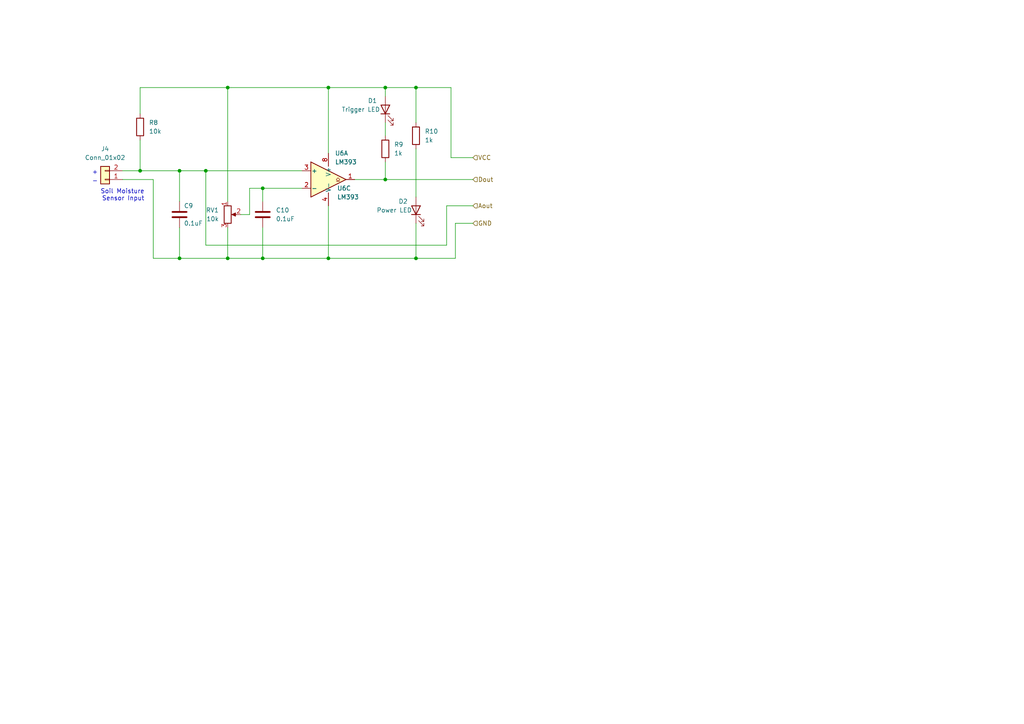
<source format=kicad_sch>
(kicad_sch (version 20211123) (generator eeschema)

  (uuid c151e327-598f-4977-8097-d9b096031849)

  (paper "A4")

  (lib_symbols
    (symbol "Comparator:LM393" (pin_names (offset 0.127)) (in_bom yes) (on_board yes)
      (property "Reference" "U" (id 0) (at 3.81 3.81 0)
        (effects (font (size 1.27 1.27)))
      )
      (property "Value" "LM393" (id 1) (at 6.35 -3.81 0)
        (effects (font (size 1.27 1.27)))
      )
      (property "Footprint" "" (id 2) (at 0 0 0)
        (effects (font (size 1.27 1.27)) hide)
      )
      (property "Datasheet" "http://www.ti.com/lit/ds/symlink/lm393.pdf" (id 3) (at 0 0 0)
        (effects (font (size 1.27 1.27)) hide)
      )
      (property "ki_locked" "" (id 4) (at 0 0 0)
        (effects (font (size 1.27 1.27)))
      )
      (property "ki_keywords" "cmp open collector" (id 5) (at 0 0 0)
        (effects (font (size 1.27 1.27)) hide)
      )
      (property "ki_description" "Low-Power, Low-Offset Voltage, Dual Comparators, DIP-8/SOIC-8/TO-99-8" (id 6) (at 0 0 0)
        (effects (font (size 1.27 1.27)) hide)
      )
      (property "ki_fp_filters" "SOIC*3.9x4.9mm*P1.27mm* DIP*W7.62mm* SOP*5.28x5.23mm*P1.27mm* VSSOP*3.0x3.0mm*P0.65mm* TSSOP*4.4x3mm*P0.65mm*" (id 7) (at 0 0 0)
        (effects (font (size 1.27 1.27)) hide)
      )
      (symbol "LM393_1_1"
        (polyline
          (pts
            (xy -5.08 5.08)
            (xy 5.08 0)
            (xy -5.08 -5.08)
            (xy -5.08 5.08)
          )
          (stroke (width 0.254) (type default) (color 0 0 0 0))
          (fill (type background))
        )
        (polyline
          (pts
            (xy 3.302 -0.508)
            (xy 2.794 -0.508)
            (xy 3.302 0)
            (xy 2.794 0.508)
            (xy 2.286 0)
            (xy 2.794 -0.508)
            (xy 2.286 -0.508)
          )
          (stroke (width 0.127) (type default) (color 0 0 0 0))
          (fill (type none))
        )
        (pin open_collector line (at 7.62 0 180) (length 2.54)
          (name "~" (effects (font (size 1.27 1.27))))
          (number "1" (effects (font (size 1.27 1.27))))
        )
        (pin input line (at -7.62 -2.54 0) (length 2.54)
          (name "-" (effects (font (size 1.27 1.27))))
          (number "2" (effects (font (size 1.27 1.27))))
        )
        (pin input line (at -7.62 2.54 0) (length 2.54)
          (name "+" (effects (font (size 1.27 1.27))))
          (number "3" (effects (font (size 1.27 1.27))))
        )
      )
      (symbol "LM393_2_1"
        (polyline
          (pts
            (xy -5.08 5.08)
            (xy 5.08 0)
            (xy -5.08 -5.08)
            (xy -5.08 5.08)
          )
          (stroke (width 0.254) (type default) (color 0 0 0 0))
          (fill (type background))
        )
        (polyline
          (pts
            (xy 3.302 -0.508)
            (xy 2.794 -0.508)
            (xy 3.302 0)
            (xy 2.794 0.508)
            (xy 2.286 0)
            (xy 2.794 -0.508)
            (xy 2.286 -0.508)
          )
          (stroke (width 0.127) (type default) (color 0 0 0 0))
          (fill (type none))
        )
        (pin input line (at -7.62 2.54 0) (length 2.54)
          (name "+" (effects (font (size 1.27 1.27))))
          (number "5" (effects (font (size 1.27 1.27))))
        )
        (pin input line (at -7.62 -2.54 0) (length 2.54)
          (name "-" (effects (font (size 1.27 1.27))))
          (number "6" (effects (font (size 1.27 1.27))))
        )
        (pin open_collector line (at 7.62 0 180) (length 2.54)
          (name "~" (effects (font (size 1.27 1.27))))
          (number "7" (effects (font (size 1.27 1.27))))
        )
      )
      (symbol "LM393_3_1"
        (pin power_in line (at -2.54 -7.62 90) (length 3.81)
          (name "V-" (effects (font (size 1.27 1.27))))
          (number "4" (effects (font (size 1.27 1.27))))
        )
        (pin power_in line (at -2.54 7.62 270) (length 3.81)
          (name "V+" (effects (font (size 1.27 1.27))))
          (number "8" (effects (font (size 1.27 1.27))))
        )
      )
    )
    (symbol "Connector_Generic:Conn_01x02" (pin_names (offset 1.016) hide) (in_bom yes) (on_board yes)
      (property "Reference" "J" (id 0) (at 0 2.54 0)
        (effects (font (size 1.27 1.27)))
      )
      (property "Value" "Conn_01x02" (id 1) (at 0 -5.08 0)
        (effects (font (size 1.27 1.27)))
      )
      (property "Footprint" "" (id 2) (at 0 0 0)
        (effects (font (size 1.27 1.27)) hide)
      )
      (property "Datasheet" "~" (id 3) (at 0 0 0)
        (effects (font (size 1.27 1.27)) hide)
      )
      (property "ki_keywords" "connector" (id 4) (at 0 0 0)
        (effects (font (size 1.27 1.27)) hide)
      )
      (property "ki_description" "Generic connector, single row, 01x02, script generated (kicad-library-utils/schlib/autogen/connector/)" (id 5) (at 0 0 0)
        (effects (font (size 1.27 1.27)) hide)
      )
      (property "ki_fp_filters" "Connector*:*_1x??_*" (id 6) (at 0 0 0)
        (effects (font (size 1.27 1.27)) hide)
      )
      (symbol "Conn_01x02_1_1"
        (rectangle (start -1.27 -2.413) (end 0 -2.667)
          (stroke (width 0.1524) (type default) (color 0 0 0 0))
          (fill (type none))
        )
        (rectangle (start -1.27 0.127) (end 0 -0.127)
          (stroke (width 0.1524) (type default) (color 0 0 0 0))
          (fill (type none))
        )
        (rectangle (start -1.27 1.27) (end 1.27 -3.81)
          (stroke (width 0.254) (type default) (color 0 0 0 0))
          (fill (type background))
        )
        (pin passive line (at -5.08 0 0) (length 3.81)
          (name "Pin_1" (effects (font (size 1.27 1.27))))
          (number "1" (effects (font (size 1.27 1.27))))
        )
        (pin passive line (at -5.08 -2.54 0) (length 3.81)
          (name "Pin_2" (effects (font (size 1.27 1.27))))
          (number "2" (effects (font (size 1.27 1.27))))
        )
      )
    )
    (symbol "Device:C" (pin_numbers hide) (pin_names (offset 0.254)) (in_bom yes) (on_board yes)
      (property "Reference" "C" (id 0) (at 0.635 2.54 0)
        (effects (font (size 1.27 1.27)) (justify left))
      )
      (property "Value" "C" (id 1) (at 0.635 -2.54 0)
        (effects (font (size 1.27 1.27)) (justify left))
      )
      (property "Footprint" "" (id 2) (at 0.9652 -3.81 0)
        (effects (font (size 1.27 1.27)) hide)
      )
      (property "Datasheet" "~" (id 3) (at 0 0 0)
        (effects (font (size 1.27 1.27)) hide)
      )
      (property "ki_keywords" "cap capacitor" (id 4) (at 0 0 0)
        (effects (font (size 1.27 1.27)) hide)
      )
      (property "ki_description" "Unpolarized capacitor" (id 5) (at 0 0 0)
        (effects (font (size 1.27 1.27)) hide)
      )
      (property "ki_fp_filters" "C_*" (id 6) (at 0 0 0)
        (effects (font (size 1.27 1.27)) hide)
      )
      (symbol "C_0_1"
        (polyline
          (pts
            (xy -2.032 -0.762)
            (xy 2.032 -0.762)
          )
          (stroke (width 0.508) (type default) (color 0 0 0 0))
          (fill (type none))
        )
        (polyline
          (pts
            (xy -2.032 0.762)
            (xy 2.032 0.762)
          )
          (stroke (width 0.508) (type default) (color 0 0 0 0))
          (fill (type none))
        )
      )
      (symbol "C_1_1"
        (pin passive line (at 0 3.81 270) (length 2.794)
          (name "~" (effects (font (size 1.27 1.27))))
          (number "1" (effects (font (size 1.27 1.27))))
        )
        (pin passive line (at 0 -3.81 90) (length 2.794)
          (name "~" (effects (font (size 1.27 1.27))))
          (number "2" (effects (font (size 1.27 1.27))))
        )
      )
    )
    (symbol "Device:LED" (pin_numbers hide) (pin_names (offset 1.016) hide) (in_bom yes) (on_board yes)
      (property "Reference" "D" (id 0) (at 0 2.54 0)
        (effects (font (size 1.27 1.27)))
      )
      (property "Value" "LED" (id 1) (at 0 -2.54 0)
        (effects (font (size 1.27 1.27)))
      )
      (property "Footprint" "" (id 2) (at 0 0 0)
        (effects (font (size 1.27 1.27)) hide)
      )
      (property "Datasheet" "~" (id 3) (at 0 0 0)
        (effects (font (size 1.27 1.27)) hide)
      )
      (property "ki_keywords" "LED diode" (id 4) (at 0 0 0)
        (effects (font (size 1.27 1.27)) hide)
      )
      (property "ki_description" "Light emitting diode" (id 5) (at 0 0 0)
        (effects (font (size 1.27 1.27)) hide)
      )
      (property "ki_fp_filters" "LED* LED_SMD:* LED_THT:*" (id 6) (at 0 0 0)
        (effects (font (size 1.27 1.27)) hide)
      )
      (symbol "LED_0_1"
        (polyline
          (pts
            (xy -1.27 -1.27)
            (xy -1.27 1.27)
          )
          (stroke (width 0.254) (type default) (color 0 0 0 0))
          (fill (type none))
        )
        (polyline
          (pts
            (xy -1.27 0)
            (xy 1.27 0)
          )
          (stroke (width 0) (type default) (color 0 0 0 0))
          (fill (type none))
        )
        (polyline
          (pts
            (xy 1.27 -1.27)
            (xy 1.27 1.27)
            (xy -1.27 0)
            (xy 1.27 -1.27)
          )
          (stroke (width 0.254) (type default) (color 0 0 0 0))
          (fill (type none))
        )
        (polyline
          (pts
            (xy -3.048 -0.762)
            (xy -4.572 -2.286)
            (xy -3.81 -2.286)
            (xy -4.572 -2.286)
            (xy -4.572 -1.524)
          )
          (stroke (width 0) (type default) (color 0 0 0 0))
          (fill (type none))
        )
        (polyline
          (pts
            (xy -1.778 -0.762)
            (xy -3.302 -2.286)
            (xy -2.54 -2.286)
            (xy -3.302 -2.286)
            (xy -3.302 -1.524)
          )
          (stroke (width 0) (type default) (color 0 0 0 0))
          (fill (type none))
        )
      )
      (symbol "LED_1_1"
        (pin passive line (at -3.81 0 0) (length 2.54)
          (name "K" (effects (font (size 1.27 1.27))))
          (number "1" (effects (font (size 1.27 1.27))))
        )
        (pin passive line (at 3.81 0 180) (length 2.54)
          (name "A" (effects (font (size 1.27 1.27))))
          (number "2" (effects (font (size 1.27 1.27))))
        )
      )
    )
    (symbol "Device:R" (pin_numbers hide) (pin_names (offset 0)) (in_bom yes) (on_board yes)
      (property "Reference" "R" (id 0) (at 2.032 0 90)
        (effects (font (size 1.27 1.27)))
      )
      (property "Value" "R" (id 1) (at 0 0 90)
        (effects (font (size 1.27 1.27)))
      )
      (property "Footprint" "" (id 2) (at -1.778 0 90)
        (effects (font (size 1.27 1.27)) hide)
      )
      (property "Datasheet" "~" (id 3) (at 0 0 0)
        (effects (font (size 1.27 1.27)) hide)
      )
      (property "ki_keywords" "R res resistor" (id 4) (at 0 0 0)
        (effects (font (size 1.27 1.27)) hide)
      )
      (property "ki_description" "Resistor" (id 5) (at 0 0 0)
        (effects (font (size 1.27 1.27)) hide)
      )
      (property "ki_fp_filters" "R_*" (id 6) (at 0 0 0)
        (effects (font (size 1.27 1.27)) hide)
      )
      (symbol "R_0_1"
        (rectangle (start -1.016 -2.54) (end 1.016 2.54)
          (stroke (width 0.254) (type default) (color 0 0 0 0))
          (fill (type none))
        )
      )
      (symbol "R_1_1"
        (pin passive line (at 0 3.81 270) (length 1.27)
          (name "~" (effects (font (size 1.27 1.27))))
          (number "1" (effects (font (size 1.27 1.27))))
        )
        (pin passive line (at 0 -3.81 90) (length 1.27)
          (name "~" (effects (font (size 1.27 1.27))))
          (number "2" (effects (font (size 1.27 1.27))))
        )
      )
    )
    (symbol "Device:R_Potentiometer" (pin_names (offset 1.016) hide) (in_bom yes) (on_board yes)
      (property "Reference" "RV" (id 0) (at -4.445 0 90)
        (effects (font (size 1.27 1.27)))
      )
      (property "Value" "R_Potentiometer" (id 1) (at -2.54 0 90)
        (effects (font (size 1.27 1.27)))
      )
      (property "Footprint" "" (id 2) (at 0 0 0)
        (effects (font (size 1.27 1.27)) hide)
      )
      (property "Datasheet" "~" (id 3) (at 0 0 0)
        (effects (font (size 1.27 1.27)) hide)
      )
      (property "ki_keywords" "resistor variable" (id 4) (at 0 0 0)
        (effects (font (size 1.27 1.27)) hide)
      )
      (property "ki_description" "Potentiometer" (id 5) (at 0 0 0)
        (effects (font (size 1.27 1.27)) hide)
      )
      (property "ki_fp_filters" "Potentiometer*" (id 6) (at 0 0 0)
        (effects (font (size 1.27 1.27)) hide)
      )
      (symbol "R_Potentiometer_0_1"
        (polyline
          (pts
            (xy 2.54 0)
            (xy 1.524 0)
          )
          (stroke (width 0) (type default) (color 0 0 0 0))
          (fill (type none))
        )
        (polyline
          (pts
            (xy 1.143 0)
            (xy 2.286 0.508)
            (xy 2.286 -0.508)
            (xy 1.143 0)
          )
          (stroke (width 0) (type default) (color 0 0 0 0))
          (fill (type outline))
        )
        (rectangle (start 1.016 2.54) (end -1.016 -2.54)
          (stroke (width 0.254) (type default) (color 0 0 0 0))
          (fill (type none))
        )
      )
      (symbol "R_Potentiometer_1_1"
        (pin passive line (at 0 3.81 270) (length 1.27)
          (name "1" (effects (font (size 1.27 1.27))))
          (number "1" (effects (font (size 1.27 1.27))))
        )
        (pin passive line (at 3.81 0 180) (length 1.27)
          (name "2" (effects (font (size 1.27 1.27))))
          (number "2" (effects (font (size 1.27 1.27))))
        )
        (pin passive line (at 0 -3.81 90) (length 1.27)
          (name "3" (effects (font (size 1.27 1.27))))
          (number "3" (effects (font (size 1.27 1.27))))
        )
      )
    )
  )

  (junction (at 95.25 74.93) (diameter 0) (color 0 0 0 0)
    (uuid 1017297d-29cf-4eca-9a22-8bdb11453d9c)
  )
  (junction (at 59.69 49.53) (diameter 0) (color 0 0 0 0)
    (uuid 13aa0a6c-908f-4fe6-888f-35a51e239928)
  )
  (junction (at 120.65 74.93) (diameter 0) (color 0 0 0 0)
    (uuid 299d7713-44e4-42e3-bb70-7f9af59a2aa9)
  )
  (junction (at 66.04 25.4) (diameter 0) (color 0 0 0 0)
    (uuid 2c066a99-95fa-4a3a-aa9b-190579d9d6f0)
  )
  (junction (at 76.2 74.93) (diameter 0) (color 0 0 0 0)
    (uuid 3ecd65ac-4daa-42e5-a9fa-98eac39dddc4)
  )
  (junction (at 111.76 52.07) (diameter 0) (color 0 0 0 0)
    (uuid 3fcb9fce-e757-446f-af83-1af23bff60e6)
  )
  (junction (at 111.76 25.4) (diameter 0) (color 0 0 0 0)
    (uuid 4208e8b3-a8a7-40a2-8432-6a3d65af4e98)
  )
  (junction (at 120.65 25.4) (diameter 0) (color 0 0 0 0)
    (uuid 45c7a8d0-a47a-46ed-92fb-82c285882b7d)
  )
  (junction (at 52.07 49.53) (diameter 0) (color 0 0 0 0)
    (uuid 59d73e3f-4669-4d23-964d-14172e81dc11)
  )
  (junction (at 40.64 49.53) (diameter 0) (color 0 0 0 0)
    (uuid 5f2655b8-1b67-458a-8318-71f03ba724df)
  )
  (junction (at 66.04 74.93) (diameter 0) (color 0 0 0 0)
    (uuid 7008333a-30be-46ba-a045-713cd5b6c276)
  )
  (junction (at 52.07 74.93) (diameter 0) (color 0 0 0 0)
    (uuid 728a5082-9bf9-4f8d-9fff-6724d5ba6cb2)
  )
  (junction (at 95.25 25.4) (diameter 0) (color 0 0 0 0)
    (uuid b177c57f-d77d-45cd-adc2-83d5235baacf)
  )
  (junction (at 76.2 54.61) (diameter 0) (color 0 0 0 0)
    (uuid c84b860c-6db3-4313-99bc-a8bc3981b373)
  )

  (wire (pts (xy 95.25 25.4) (xy 95.25 44.45))
    (stroke (width 0) (type default) (color 0 0 0 0))
    (uuid 05a77cfc-1ee8-42c6-97c1-bfd648a9a896)
  )
  (wire (pts (xy 52.07 49.53) (xy 52.07 58.42))
    (stroke (width 0) (type default) (color 0 0 0 0))
    (uuid 06da14bc-f78e-4309-ac66-48700c62c47d)
  )
  (wire (pts (xy 69.85 62.23) (xy 72.39 62.23))
    (stroke (width 0) (type default) (color 0 0 0 0))
    (uuid 082ee3a4-1802-446d-b233-b1a85a78b4cd)
  )
  (wire (pts (xy 120.65 25.4) (xy 130.81 25.4))
    (stroke (width 0) (type default) (color 0 0 0 0))
    (uuid 09c20057-24a5-4d26-b8d6-bdb754c0815f)
  )
  (wire (pts (xy 59.69 71.12) (xy 129.54 71.12))
    (stroke (width 0) (type default) (color 0 0 0 0))
    (uuid 0a95dde4-6393-43f1-aaf1-6abe2d9b3618)
  )
  (wire (pts (xy 132.08 64.77) (xy 132.08 74.93))
    (stroke (width 0) (type default) (color 0 0 0 0))
    (uuid 13a0f9bd-1108-49e4-99b3-b1fb6155496d)
  )
  (wire (pts (xy 52.07 49.53) (xy 59.69 49.53))
    (stroke (width 0) (type default) (color 0 0 0 0))
    (uuid 1d22bf13-cba6-4142-8254-5bf0fe9161d1)
  )
  (wire (pts (xy 76.2 74.93) (xy 95.25 74.93))
    (stroke (width 0) (type default) (color 0 0 0 0))
    (uuid 32e98d29-f4ce-49a1-8eee-56c7ba27b1a6)
  )
  (wire (pts (xy 44.45 52.07) (xy 44.45 74.93))
    (stroke (width 0) (type default) (color 0 0 0 0))
    (uuid 37490b9e-75a4-4cc9-a0e5-6f4a3469b0a8)
  )
  (wire (pts (xy 76.2 54.61) (xy 76.2 58.42))
    (stroke (width 0) (type default) (color 0 0 0 0))
    (uuid 39ca4e32-cf82-4ba6-93df-f2011b69cc6f)
  )
  (wire (pts (xy 40.64 25.4) (xy 66.04 25.4))
    (stroke (width 0) (type default) (color 0 0 0 0))
    (uuid 3e45658f-b0db-4040-b70a-5bbe27d9ed3a)
  )
  (wire (pts (xy 95.25 59.69) (xy 95.25 74.93))
    (stroke (width 0) (type default) (color 0 0 0 0))
    (uuid 3f5110dc-29e7-4880-b417-f6683d5f43b5)
  )
  (wire (pts (xy 111.76 52.07) (xy 137.16 52.07))
    (stroke (width 0) (type default) (color 0 0 0 0))
    (uuid 3fa88014-245b-45b4-9304-16fb61346605)
  )
  (wire (pts (xy 95.25 74.93) (xy 120.65 74.93))
    (stroke (width 0) (type default) (color 0 0 0 0))
    (uuid 53299bd5-3bc1-4670-b046-635395807776)
  )
  (wire (pts (xy 102.87 52.07) (xy 111.76 52.07))
    (stroke (width 0) (type default) (color 0 0 0 0))
    (uuid 555d421b-a46e-42c1-9324-5af8c3c79b76)
  )
  (wire (pts (xy 111.76 25.4) (xy 111.76 27.94))
    (stroke (width 0) (type default) (color 0 0 0 0))
    (uuid 585da26d-1364-4b68-9f60-ca1c98ad84dd)
  )
  (wire (pts (xy 40.64 49.53) (xy 52.07 49.53))
    (stroke (width 0) (type default) (color 0 0 0 0))
    (uuid 5ac47991-8819-4f43-b0b4-2865bfe1af1a)
  )
  (wire (pts (xy 59.69 49.53) (xy 59.69 71.12))
    (stroke (width 0) (type default) (color 0 0 0 0))
    (uuid 66902607-d6a8-4d41-93a8-a3b08b369c92)
  )
  (wire (pts (xy 129.54 59.69) (xy 137.16 59.69))
    (stroke (width 0) (type default) (color 0 0 0 0))
    (uuid 6d74638e-f9ec-4f5b-a4ba-4155e601f726)
  )
  (wire (pts (xy 66.04 25.4) (xy 95.25 25.4))
    (stroke (width 0) (type default) (color 0 0 0 0))
    (uuid 7120a0b7-b33e-4dbf-bbe9-2cb4088eeeb3)
  )
  (wire (pts (xy 130.81 25.4) (xy 130.81 45.72))
    (stroke (width 0) (type default) (color 0 0 0 0))
    (uuid 8285f6b4-846d-48d8-bf6c-256be2ea2f53)
  )
  (wire (pts (xy 52.07 66.04) (xy 52.07 74.93))
    (stroke (width 0) (type default) (color 0 0 0 0))
    (uuid 8c113e36-181f-49a3-937a-63d23170004e)
  )
  (wire (pts (xy 111.76 25.4) (xy 120.65 25.4))
    (stroke (width 0) (type default) (color 0 0 0 0))
    (uuid 9741ffe1-4e18-4d93-bf95-884ed5f385bb)
  )
  (wire (pts (xy 120.65 64.77) (xy 120.65 74.93))
    (stroke (width 0) (type default) (color 0 0 0 0))
    (uuid a09a5069-632e-4c27-bf8e-b7c58e5feb0c)
  )
  (wire (pts (xy 129.54 71.12) (xy 129.54 59.69))
    (stroke (width 0) (type default) (color 0 0 0 0))
    (uuid a735086e-11d6-4e95-b136-5fa9d63a04f8)
  )
  (wire (pts (xy 76.2 66.04) (xy 76.2 74.93))
    (stroke (width 0) (type default) (color 0 0 0 0))
    (uuid b3fe7353-c067-4268-b3ca-b59a0e2e73be)
  )
  (wire (pts (xy 72.39 62.23) (xy 72.39 54.61))
    (stroke (width 0) (type default) (color 0 0 0 0))
    (uuid b94731df-5a72-4e0d-9dfe-da792223f65b)
  )
  (wire (pts (xy 111.76 35.56) (xy 111.76 39.37))
    (stroke (width 0) (type default) (color 0 0 0 0))
    (uuid bdb94702-4af8-4462-b398-6c5ad3ab60ab)
  )
  (wire (pts (xy 66.04 25.4) (xy 66.04 58.42))
    (stroke (width 0) (type default) (color 0 0 0 0))
    (uuid bff9c359-5b4b-4f18-8eb4-6e366b7ca58a)
  )
  (wire (pts (xy 120.65 25.4) (xy 120.65 35.56))
    (stroke (width 0) (type default) (color 0 0 0 0))
    (uuid c10e62f0-8ca2-455f-acb9-bd0f4cff5dbf)
  )
  (wire (pts (xy 130.81 45.72) (xy 137.16 45.72))
    (stroke (width 0) (type default) (color 0 0 0 0))
    (uuid c6384107-b076-419a-9498-09b6ccc27ba9)
  )
  (wire (pts (xy 35.56 52.07) (xy 44.45 52.07))
    (stroke (width 0) (type default) (color 0 0 0 0))
    (uuid c77beb14-3c06-4c98-b6ba-c8a9d8bfd96e)
  )
  (wire (pts (xy 76.2 54.61) (xy 87.63 54.61))
    (stroke (width 0) (type default) (color 0 0 0 0))
    (uuid cd18337e-1182-4f95-88cf-c2e2b87ef228)
  )
  (wire (pts (xy 66.04 66.04) (xy 66.04 74.93))
    (stroke (width 0) (type default) (color 0 0 0 0))
    (uuid cf0dad1f-f00f-4dfe-a365-21bf2b9b2f8a)
  )
  (wire (pts (xy 72.39 54.61) (xy 76.2 54.61))
    (stroke (width 0) (type default) (color 0 0 0 0))
    (uuid d6a60fbd-5ff6-4f17-af41-fdc87488bee6)
  )
  (wire (pts (xy 66.04 74.93) (xy 76.2 74.93))
    (stroke (width 0) (type default) (color 0 0 0 0))
    (uuid d76176fa-2905-418a-b05a-ebe09ea64a10)
  )
  (wire (pts (xy 59.69 49.53) (xy 87.63 49.53))
    (stroke (width 0) (type default) (color 0 0 0 0))
    (uuid d8587d2f-4a9f-406e-8e43-3e5b4fc63c04)
  )
  (wire (pts (xy 35.56 49.53) (xy 40.64 49.53))
    (stroke (width 0) (type default) (color 0 0 0 0))
    (uuid e356a391-06fe-4786-8979-29b1db63cbcc)
  )
  (wire (pts (xy 40.64 33.02) (xy 40.64 25.4))
    (stroke (width 0) (type default) (color 0 0 0 0))
    (uuid e7a03433-179e-45d8-97f7-29df29176bcc)
  )
  (wire (pts (xy 44.45 74.93) (xy 52.07 74.93))
    (stroke (width 0) (type default) (color 0 0 0 0))
    (uuid e902df59-4a66-4d77-a210-f94cc6036d0b)
  )
  (wire (pts (xy 120.65 43.18) (xy 120.65 57.15))
    (stroke (width 0) (type default) (color 0 0 0 0))
    (uuid ebfa9050-b59b-4d39-8e3c-6b1f645c4d7e)
  )
  (wire (pts (xy 120.65 74.93) (xy 132.08 74.93))
    (stroke (width 0) (type default) (color 0 0 0 0))
    (uuid eee9eb7e-c9e7-4fd7-bda9-dcb18cc2e71d)
  )
  (wire (pts (xy 132.08 64.77) (xy 137.16 64.77))
    (stroke (width 0) (type default) (color 0 0 0 0))
    (uuid f1882ad8-9a76-4ccd-8af9-fb3736b83480)
  )
  (wire (pts (xy 52.07 74.93) (xy 66.04 74.93))
    (stroke (width 0) (type default) (color 0 0 0 0))
    (uuid f1f26f4c-df61-4d21-bcef-00fa89120bbd)
  )
  (wire (pts (xy 95.25 25.4) (xy 111.76 25.4))
    (stroke (width 0) (type default) (color 0 0 0 0))
    (uuid f59cf2d0-bf0b-4e3b-a893-a4a4aa9b89e5)
  )
  (wire (pts (xy 40.64 40.64) (xy 40.64 49.53))
    (stroke (width 0) (type default) (color 0 0 0 0))
    (uuid fd9c876b-3933-4a29-b96d-011c254d66ea)
  )
  (wire (pts (xy 111.76 46.99) (xy 111.76 52.07))
    (stroke (width 0) (type default) (color 0 0 0 0))
    (uuid fda2883a-3aaf-423e-91c4-4cd8a56390dc)
  )

  (text "-" (at 26.67 53.34 0)
    (effects (font (size 1.27 1.27)) (justify left bottom))
    (uuid 06d351fc-7f26-444c-bb7a-0c9d305c8462)
  )
  (text "+" (at 26.67 50.8 0)
    (effects (font (size 1.27 1.27)) (justify left bottom))
    (uuid 854c0901-5384-4de2-bf6c-70dab2609c00)
  )
  (text "Soil Moisture\n Sensor Input" (at 41.91 58.42 180)
    (effects (font (size 1.27 1.27)) (justify right bottom))
    (uuid f8f84384-42a9-499f-9ffb-655c1bf11baf)
  )

  (hierarchical_label "Aout" (shape input) (at 137.16 59.69 0)
    (effects (font (size 1.27 1.27)) (justify left))
    (uuid 2aaa00fa-8b21-47c1-83f7-fe2eda5431da)
  )
  (hierarchical_label "GND" (shape input) (at 137.16 64.77 0)
    (effects (font (size 1.27 1.27)) (justify left))
    (uuid 3242ecce-5f28-48bd-8970-d658aa80d8d2)
  )
  (hierarchical_label "Dout" (shape input) (at 137.16 52.07 0)
    (effects (font (size 1.27 1.27)) (justify left))
    (uuid 65a634be-7324-4a4a-9242-a6964c431b32)
  )
  (hierarchical_label "VCC" (shape input) (at 137.16 45.72 0)
    (effects (font (size 1.27 1.27)) (justify left))
    (uuid f9e12ba1-9a45-4f92-b155-9f072680e0ac)
  )

  (symbol (lib_id "Device:R") (at 111.76 43.18 0) (unit 1)
    (in_bom yes) (on_board yes) (fields_autoplaced)
    (uuid 20dc6dd5-0873-4b11-9988-5bd5123ddb78)
    (property "Reference" "R9" (id 0) (at 114.3 41.9099 0)
      (effects (font (size 1.27 1.27)) (justify left))
    )
    (property "Value" "1k" (id 1) (at 114.3 44.4499 0)
      (effects (font (size 1.27 1.27)) (justify left))
    )
    (property "Footprint" "Resistor_SMD:R_0603_1608Metric" (id 2) (at 109.982 43.18 90)
      (effects (font (size 1.27 1.27)) hide)
    )
    (property "Datasheet" "~" (id 3) (at 111.76 43.18 0)
      (effects (font (size 1.27 1.27)) hide)
    )
    (pin "1" (uuid fe3d4b8d-adbd-46ad-b379-ab7466865c29))
    (pin "2" (uuid 57114cb7-9a51-4d72-b999-44de8f8a8709))
  )

  (symbol (lib_id "Connector_Generic:Conn_01x02") (at 30.48 52.07 180) (unit 1)
    (in_bom yes) (on_board yes) (fields_autoplaced)
    (uuid 3c2e677f-0869-4b70-b86e-ce4b4f620480)
    (property "Reference" "J4" (id 0) (at 30.48 43.18 0))
    (property "Value" "Conn_01x02" (id 1) (at 30.48 45.72 0))
    (property "Footprint" "Connector_Wire:SolderWire-0.1sqmm_1x02_P3.6mm_D0.4mm_OD1mm" (id 2) (at 30.48 52.07 0)
      (effects (font (size 1.27 1.27)) hide)
    )
    (property "Datasheet" "~" (id 3) (at 30.48 52.07 0)
      (effects (font (size 1.27 1.27)) hide)
    )
    (pin "1" (uuid aa1a0a8e-32b3-4f6c-84ec-94fdc2709826))
    (pin "2" (uuid eb078a5c-70d3-4cbc-a47b-ec3f35d58a20))
  )

  (symbol (lib_id "Device:R_Potentiometer") (at 66.04 62.23 0) (unit 1)
    (in_bom yes) (on_board yes) (fields_autoplaced)
    (uuid 404e50d8-67b4-4ce4-a705-5b608f5791c2)
    (property "Reference" "RV1" (id 0) (at 63.5 60.9599 0)
      (effects (font (size 1.27 1.27)) (justify right))
    )
    (property "Value" "10k" (id 1) (at 63.5 63.4999 0)
      (effects (font (size 1.27 1.27)) (justify right))
    )
    (property "Footprint" "Potentiometer_SMD:Potentiometer_ACP_CA6-VSMD_Vertical" (id 2) (at 66.04 62.23 0)
      (effects (font (size 1.27 1.27)) hide)
    )
    (property "Datasheet" "~" (id 3) (at 66.04 62.23 0)
      (effects (font (size 1.27 1.27)) hide)
    )
    (pin "1" (uuid 9a7a102b-83c3-4dad-8100-05bfc34784b1))
    (pin "2" (uuid 667fa802-1a76-4566-a962-238d00b5ad4c))
    (pin "3" (uuid 3c4c7e44-8db5-42df-a61e-798fff4890ab))
  )

  (symbol (lib_id "Device:C") (at 52.07 62.23 0) (unit 1)
    (in_bom yes) (on_board yes)
    (uuid 5cb143fa-ece5-472f-8eeb-54d2b3903745)
    (property "Reference" "C9" (id 0) (at 53.34 59.69 0)
      (effects (font (size 1.27 1.27)) (justify left))
    )
    (property "Value" "0.1uF" (id 1) (at 53.34 64.77 0)
      (effects (font (size 1.27 1.27)) (justify left))
    )
    (property "Footprint" "Capacitor_SMD:C_0603_1608Metric" (id 2) (at 53.0352 66.04 0)
      (effects (font (size 1.27 1.27)) hide)
    )
    (property "Datasheet" "~" (id 3) (at 52.07 62.23 0)
      (effects (font (size 1.27 1.27)) hide)
    )
    (pin "1" (uuid 185199b1-951b-4a3d-ad64-edf4fc65623e))
    (pin "2" (uuid cdb186c9-4994-4d9d-b85f-111471c9b0dc))
  )

  (symbol (lib_id "Device:R") (at 120.65 39.37 0) (unit 1)
    (in_bom yes) (on_board yes) (fields_autoplaced)
    (uuid 76119c41-389c-4915-ba09-efaf1ced49a2)
    (property "Reference" "R10" (id 0) (at 123.19 38.0999 0)
      (effects (font (size 1.27 1.27)) (justify left))
    )
    (property "Value" "1k" (id 1) (at 123.19 40.6399 0)
      (effects (font (size 1.27 1.27)) (justify left))
    )
    (property "Footprint" "Resistor_SMD:R_0603_1608Metric" (id 2) (at 118.872 39.37 90)
      (effects (font (size 1.27 1.27)) hide)
    )
    (property "Datasheet" "~" (id 3) (at 120.65 39.37 0)
      (effects (font (size 1.27 1.27)) hide)
    )
    (pin "1" (uuid 999a1113-73f4-47f0-bac5-7306b3851d32))
    (pin "2" (uuid 666579c2-b5a5-45e6-a58f-3136bc67e1ba))
  )

  (symbol (lib_id "Device:R") (at 40.64 36.83 0) (unit 1)
    (in_bom yes) (on_board yes) (fields_autoplaced)
    (uuid aef99ee7-c852-4538-b60c-86708053e716)
    (property "Reference" "R8" (id 0) (at 43.18 35.5599 0)
      (effects (font (size 1.27 1.27)) (justify left))
    )
    (property "Value" "10k" (id 1) (at 43.18 38.0999 0)
      (effects (font (size 1.27 1.27)) (justify left))
    )
    (property "Footprint" "Resistor_SMD:R_0603_1608Metric" (id 2) (at 38.862 36.83 90)
      (effects (font (size 1.27 1.27)) hide)
    )
    (property "Datasheet" "~" (id 3) (at 40.64 36.83 0)
      (effects (font (size 1.27 1.27)) hide)
    )
    (pin "1" (uuid e8b34348-345d-4f37-b8e8-d6c9a715292f))
    (pin "2" (uuid 8750155a-3a61-4551-a64a-5323667fd8d6))
  )

  (symbol (lib_id "Comparator:LM393") (at 95.25 52.07 0) (unit 1)
    (in_bom yes) (on_board yes)
    (uuid c111ef30-2186-4dc0-86cf-ba6112bda339)
    (property "Reference" "U6" (id 0) (at 99.06 44.45 0))
    (property "Value" "LM393" (id 1) (at 100.33 46.99 0))
    (property "Footprint" "Package_TO_SOT_SMD:SOT-23-8" (id 2) (at 95.25 52.07 0)
      (effects (font (size 1.27 1.27)) hide)
    )
    (property "Datasheet" "http://www.ti.com/lit/ds/symlink/lm393.pdf" (id 3) (at 95.25 52.07 0)
      (effects (font (size 1.27 1.27)) hide)
    )
    (pin "1" (uuid 816aa85b-b526-4cd6-bfc1-ea18d3354fb6))
    (pin "2" (uuid 8ae6c89d-a531-42b2-8928-cc830dfe727e))
    (pin "3" (uuid 0950aa98-d020-49c0-b73f-bdc1baf88e3f))
    (pin "5" (uuid c738e4e1-0552-4f5e-98e1-2e980a912ab5))
    (pin "6" (uuid c807317f-3265-4347-b57d-6581f1e9873b))
    (pin "7" (uuid d02dfbfe-3e4b-4b96-b0d3-95519fd2a992))
    (pin "4" (uuid ac69e7ce-afcd-4cb6-b983-3a2c22f6cc46))
    (pin "8" (uuid 37019562-259a-4009-ac23-55ac73960aca))
  )

  (symbol (lib_id "Device:LED") (at 120.65 60.96 90) (unit 1)
    (in_bom yes) (on_board yes)
    (uuid c1236672-0cae-448c-85d8-fca951233736)
    (property "Reference" "D2" (id 0) (at 115.57 58.42 90)
      (effects (font (size 1.27 1.27)) (justify right))
    )
    (property "Value" "Power LED" (id 1) (at 109.22 60.96 90)
      (effects (font (size 1.27 1.27)) (justify right))
    )
    (property "Footprint" "LED_SMD:LED_0603_1608Metric" (id 2) (at 120.65 60.96 0)
      (effects (font (size 1.27 1.27)) hide)
    )
    (property "Datasheet" "~" (id 3) (at 120.65 60.96 0)
      (effects (font (size 1.27 1.27)) hide)
    )
    (pin "1" (uuid defccbd0-60bf-435f-b4b5-22fc290881ae))
    (pin "2" (uuid 18f3e051-6bb4-4668-8c6a-480ca221576a))
  )

  (symbol (lib_id "Device:LED") (at 111.76 31.75 90) (unit 1)
    (in_bom yes) (on_board yes)
    (uuid c2cad9ce-eb9a-4875-b47c-67dc47ffc90b)
    (property "Reference" "D1" (id 0) (at 106.68 29.21 90)
      (effects (font (size 1.27 1.27)) (justify right))
    )
    (property "Value" "Trigger LED" (id 1) (at 99.06 31.75 90)
      (effects (font (size 1.27 1.27)) (justify right))
    )
    (property "Footprint" "LED_SMD:LED_0603_1608Metric" (id 2) (at 111.76 31.75 0)
      (effects (font (size 1.27 1.27)) hide)
    )
    (property "Datasheet" "~" (id 3) (at 111.76 31.75 0)
      (effects (font (size 1.27 1.27)) hide)
    )
    (pin "1" (uuid fb7b2090-be0d-497b-bf53-0fd8d88992f3))
    (pin "2" (uuid c0821baa-6a5a-435d-b2bb-23b33860503f))
  )

  (symbol (lib_id "Comparator:LM393") (at 97.79 52.07 0) (unit 3)
    (in_bom yes) (on_board yes)
    (uuid c36da40e-e867-4f18-abd2-cfd031748ee3)
    (property "Reference" "U6" (id 0) (at 97.79 54.61 0)
      (effects (font (size 1.27 1.27)) (justify left))
    )
    (property "Value" "LM393" (id 1) (at 97.79 57.15 0)
      (effects (font (size 1.27 1.27)) (justify left))
    )
    (property "Footprint" "Package_TO_SOT_SMD:SOT-23-8" (id 2) (at 97.79 52.07 0)
      (effects (font (size 1.27 1.27)) hide)
    )
    (property "Datasheet" "http://www.ti.com/lit/ds/symlink/lm393.pdf" (id 3) (at 97.79 52.07 0)
      (effects (font (size 1.27 1.27)) hide)
    )
    (pin "1" (uuid d3e3385c-012a-457c-9e8c-c1680f2389af))
    (pin "2" (uuid ddc3c5ad-7363-4f75-a17d-e459bbf6f122))
    (pin "3" (uuid a13c4e67-be10-4b86-9cc4-7e6cde52950a))
    (pin "5" (uuid d5bef877-c623-46f9-a2cb-fa7a90782552))
    (pin "6" (uuid 003abb0c-35a1-4484-847d-8e84afa273f7))
    (pin "7" (uuid 8c032fb3-73fd-4494-ab2c-1ea2301ad310))
    (pin "4" (uuid 01eb2f52-6fbc-4a06-add5-93cc9599933f))
    (pin "8" (uuid 2f452e46-a3c7-4f88-b15f-749150481a7e))
  )

  (symbol (lib_id "Device:C") (at 76.2 62.23 0) (unit 1)
    (in_bom yes) (on_board yes) (fields_autoplaced)
    (uuid e136ba65-f232-47c2-a0f9-5f7b3123210e)
    (property "Reference" "C10" (id 0) (at 80.01 60.9599 0)
      (effects (font (size 1.27 1.27)) (justify left))
    )
    (property "Value" "0.1uF" (id 1) (at 80.01 63.4999 0)
      (effects (font (size 1.27 1.27)) (justify left))
    )
    (property "Footprint" "Capacitor_SMD:C_0603_1608Metric" (id 2) (at 77.1652 66.04 0)
      (effects (font (size 1.27 1.27)) hide)
    )
    (property "Datasheet" "~" (id 3) (at 76.2 62.23 0)
      (effects (font (size 1.27 1.27)) hide)
    )
    (pin "1" (uuid 83ddb411-345e-4f83-9469-d2c3f2f3a4b4))
    (pin "2" (uuid 354478aa-85cf-4fdc-bfc0-d056982a591f))
  )
)

</source>
